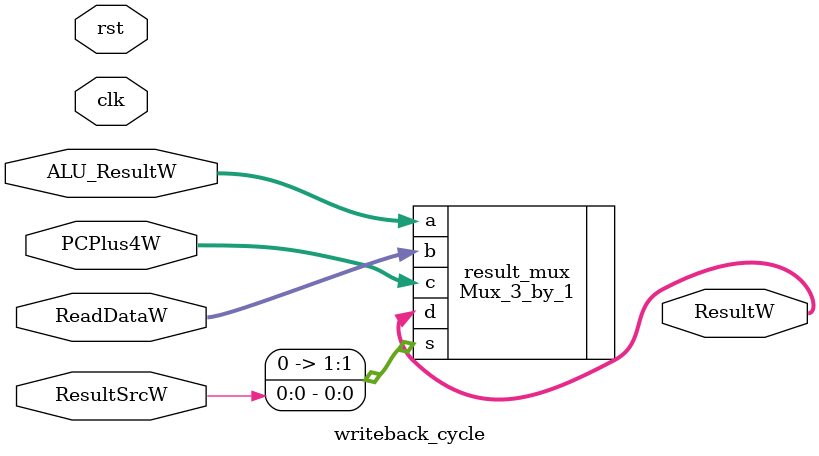
<source format=v>
module writeback_cycle(
    input clk, rst, ResultSrcW,
    input [31:0] PCPlus4W, ALU_ResultW, ReadDataW,
    output [31:0] ResultW
);
    Mux_3_by_1 result_mux(
        .a(ALU_ResultW),
        .b(ReadDataW),
        .c(PCPlus4W),
        .s({1'b0, ResultSrcW}),
        .d(ResultW)
    );
endmodule

</source>
